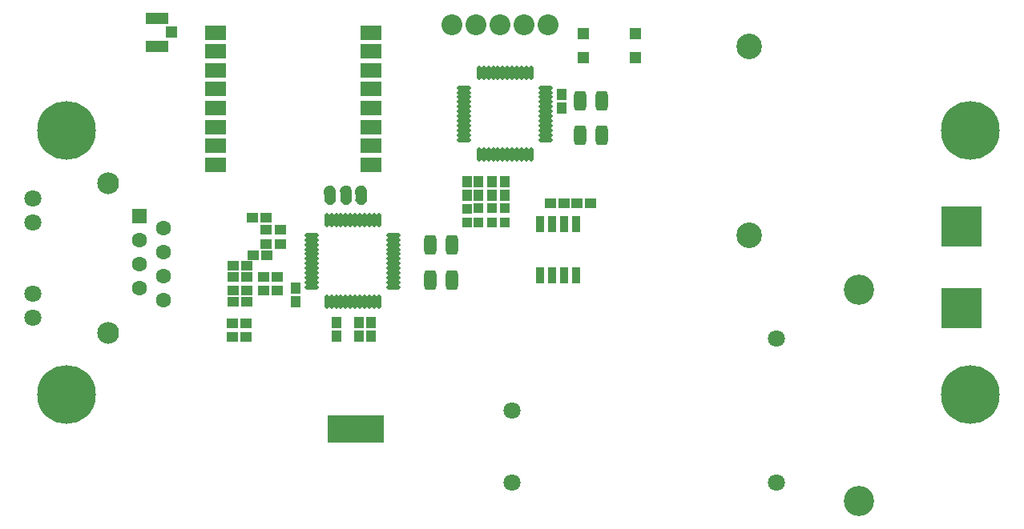
<source format=gts>
G04*
G04 #@! TF.GenerationSoftware,Altium Limited,Altium Designer,21.0.8 (223)*
G04*
G04 Layer_Color=8388736*
%FSLAX44Y44*%
%MOMM*%
G71*
G04*
G04 #@! TF.SameCoordinates,2EEA6137-B325-4497-8457-BD4E04CF0BC7*
G04*
G04*
G04 #@! TF.FilePolarity,Negative*
G04*
G01*
G75*
%ADD19R,1.2700X1.2700*%
%ADD22R,6.0000X2.9000*%
%ADD23R,1.2500X0.3500*%
%ADD24R,2.4032X1.2532*%
%ADD25R,1.2532X1.2032*%
G04:AMPARAMS|DCode=26|XSize=2.1032mm|YSize=1.3032mm|CornerRadius=0.3766mm|HoleSize=0mm|Usage=FLASHONLY|Rotation=270.000|XOffset=0mm|YOffset=0mm|HoleType=Round|Shape=RoundedRectangle|*
%AMROUNDEDRECTD26*
21,1,2.1032,0.5500,0,0,270.0*
21,1,1.3500,1.3032,0,0,270.0*
1,1,0.7532,-0.2750,-0.6750*
1,1,0.7532,-0.2750,0.6750*
1,1,0.7532,0.2750,0.6750*
1,1,0.7532,0.2750,-0.6750*
%
%ADD26ROUNDEDRECTD26*%
G04:AMPARAMS|DCode=27|XSize=0.7032mm|YSize=0.7032mm|CornerRadius=0.3516mm|HoleSize=0mm|Usage=FLASHONLY|Rotation=180.000|XOffset=0mm|YOffset=0mm|HoleType=Round|Shape=RoundedRectangle|*
%AMROUNDEDRECTD27*
21,1,0.7032,0.0000,0,0,180.0*
21,1,0.0000,0.7032,0,0,180.0*
1,1,0.7032,0.0000,0.0000*
1,1,0.7032,0.0000,0.0000*
1,1,0.7032,0.0000,0.0000*
1,1,0.7032,0.0000,0.0000*
%
%ADD27ROUNDEDRECTD27*%
%ADD28O,0.5032X1.5032*%
%ADD29O,1.5032X0.5032*%
%ADD30R,1.1032X1.1532*%
%ADD31R,1.0032X1.0032*%
%ADD32R,2.2032X1.5032*%
%ADD33R,1.1532X1.1032*%
%ADD34R,0.8532X1.7282*%
%ADD35C,2.2032*%
%ADD36C,1.8032*%
%ADD37C,2.7032*%
%ADD38C,1.6032*%
%ADD39R,1.6032X1.6032*%
%ADD40C,2.3032*%
%ADD41R,4.2032X4.2032*%
%ADD42C,3.2032*%
%ADD43C,6.2032*%
G36*
X171022Y271251D02*
X171044Y271251D01*
X171055Y271250D01*
X171067D01*
X172185Y271175D01*
X172185D01*
X172316Y271158D01*
X172369Y271144D01*
X172442Y271124D01*
X172563Y271074D01*
X172563Y271074D01*
X174573Y270080D01*
X174621Y270052D01*
X174687Y270014D01*
X174732Y269979D01*
X174791Y269934D01*
X174883Y269841D01*
X176360Y268153D01*
X176360Y268153D01*
X176440Y268049D01*
X176454Y268025D01*
X176505Y267936D01*
X176541Y267850D01*
X176555Y267815D01*
X177274Y265690D01*
X177286Y265644D01*
X177308Y265563D01*
X177314Y265512D01*
X177325Y265433D01*
X177325Y265302D01*
X177325Y265302D01*
X177252Y264217D01*
X177252Y262000D01*
D01*
Y262000D01*
X177243Y261869D01*
X177218Y261741D01*
X177176Y261616D01*
X177118Y261499D01*
X177069Y261426D01*
X177045Y261390D01*
X176959Y261291D01*
X176959D01*
Y261291D01*
X176860Y261205D01*
X176824Y261181D01*
X176751Y261132D01*
X176633Y261074D01*
X176509Y261032D01*
X176381Y261007D01*
X176250Y260998D01*
D01*
X176250D01*
X165750D01*
X165619Y261007D01*
X165491Y261032D01*
X165366Y261074D01*
X165249Y261132D01*
X165140Y261205D01*
X165041Y261291D01*
X164955Y261390D01*
X164882Y261499D01*
X164824Y261616D01*
X164782Y261741D01*
X164756Y261869D01*
X164748Y262000D01*
Y263957D01*
X164652Y265057D01*
X164652Y265060D01*
X164649Y265188D01*
X164657Y265260D01*
X164664Y265318D01*
X164687Y265414D01*
X164695Y265446D01*
X165387Y267635D01*
X165416Y267710D01*
X165434Y267757D01*
X165457Y267798D01*
X165497Y267872D01*
X165542Y267933D01*
X165575Y267978D01*
X167052Y269736D01*
X167142Y269831D01*
X167245Y269913D01*
X167357Y269981D01*
X167357Y269981D01*
X169394Y271040D01*
X169514Y271092D01*
X169640Y271129D01*
X169769Y271149D01*
X170913Y271248D01*
X170924Y271249D01*
X170935Y271250D01*
X170968Y271250D01*
X171000Y271252D01*
X171022Y271251D01*
D02*
G37*
G36*
X155022D02*
X155044Y271251D01*
X155055Y271250D01*
X155067D01*
X156186Y271175D01*
X156186D01*
X156315Y271158D01*
X156369Y271144D01*
X156442Y271124D01*
X156563Y271074D01*
X156563Y271074D01*
X158573Y270080D01*
X158621Y270052D01*
X158687Y270014D01*
X158732Y269979D01*
X158791Y269934D01*
X158883Y269841D01*
X160360Y268153D01*
X160360Y268153D01*
X160440Y268049D01*
X160454Y268025D01*
X160505Y267936D01*
X160541Y267850D01*
X160555Y267815D01*
X161274Y265690D01*
X161286Y265644D01*
X161308Y265563D01*
X161314Y265512D01*
X161325Y265433D01*
X161325Y265302D01*
X161325Y265302D01*
X161252Y264217D01*
X161252Y262000D01*
D01*
Y262000D01*
X161243Y261869D01*
X161218Y261741D01*
X161176Y261616D01*
X161118Y261499D01*
X161069Y261426D01*
X161045Y261390D01*
X160959Y261291D01*
X160959D01*
Y261291D01*
X160860Y261205D01*
X160824Y261181D01*
X160751Y261132D01*
X160634Y261074D01*
X160509Y261032D01*
X160381Y261007D01*
X160250Y260998D01*
X160250D01*
D01*
X149750D01*
X149619Y261007D01*
X149491Y261032D01*
X149367Y261074D01*
X149249Y261132D01*
X149140Y261205D01*
X149041Y261291D01*
X148955Y261390D01*
X148882Y261499D01*
X148824Y261616D01*
X148782Y261741D01*
X148756Y261869D01*
X148748Y262000D01*
Y263957D01*
X148652Y265057D01*
X148652Y265060D01*
X148649Y265188D01*
X148657Y265260D01*
X148664Y265318D01*
X148687Y265414D01*
X148695Y265446D01*
X149387Y267635D01*
X149416Y267710D01*
X149434Y267757D01*
X149457Y267798D01*
X149497Y267872D01*
X149542Y267933D01*
X149575Y267978D01*
X151052Y269736D01*
X151142Y269831D01*
X151245Y269913D01*
X151357Y269981D01*
X151357Y269981D01*
X153394Y271040D01*
X153514Y271092D01*
X153640Y271129D01*
X153769Y271149D01*
X154913Y271248D01*
X154924Y271249D01*
X154936Y271250D01*
X154968Y271250D01*
X155000Y271252D01*
X155022Y271251D01*
D02*
G37*
G36*
X138022D02*
X138044Y271251D01*
X138055Y271250D01*
X138067D01*
X139185Y271175D01*
X139185D01*
X139316Y271158D01*
X139369Y271144D01*
X139442Y271124D01*
X139563Y271074D01*
X139563Y271074D01*
X141573Y270080D01*
X141621Y270052D01*
X141687Y270014D01*
X141732Y269979D01*
X141791Y269934D01*
X141883Y269841D01*
X143360Y268153D01*
X143360Y268153D01*
X143440Y268049D01*
X143454Y268025D01*
X143505Y267936D01*
X143541Y267850D01*
X143555Y267815D01*
X144274Y265690D01*
X144286Y265644D01*
X144308Y265563D01*
X144314Y265512D01*
X144325Y265433D01*
X144325Y265302D01*
X144325Y265302D01*
X144252Y264217D01*
X144252Y262000D01*
D01*
Y262000D01*
X144244Y261869D01*
X144218Y261741D01*
X144176Y261616D01*
X144118Y261499D01*
X144069Y261426D01*
X144045Y261390D01*
X143959Y261291D01*
X143959D01*
Y261291D01*
X143860Y261205D01*
X143824Y261181D01*
X143751Y261132D01*
X143633Y261074D01*
X143509Y261032D01*
X143381Y261007D01*
X143250Y260998D01*
D01*
X143250D01*
X132750D01*
X132619Y261007D01*
X132491Y261032D01*
X132367Y261074D01*
X132249Y261132D01*
X132140Y261205D01*
X132041Y261291D01*
X131955Y261390D01*
X131882Y261499D01*
X131824Y261616D01*
X131782Y261741D01*
X131756Y261869D01*
X131748Y262000D01*
Y263957D01*
X131652Y265057D01*
X131652Y265060D01*
X131649Y265188D01*
X131657Y265260D01*
X131664Y265318D01*
X131687Y265414D01*
X131695Y265446D01*
X132387Y267635D01*
X132416Y267710D01*
X132434Y267757D01*
X132457Y267798D01*
X132497Y267872D01*
X132542Y267933D01*
X132575Y267978D01*
X134052Y269736D01*
X134142Y269831D01*
X134245Y269913D01*
X134357Y269981D01*
X134357Y269981D01*
X136394Y271040D01*
X136514Y271092D01*
X136640Y271129D01*
X136769Y271149D01*
X137913Y271248D01*
X137924Y271249D01*
X137935Y271250D01*
X137968Y271250D01*
X138000Y271252D01*
X138022Y271251D01*
D02*
G37*
G36*
X176437Y260807D02*
X176565Y260782D01*
X176689Y260740D01*
X176807Y260682D01*
X176916Y260609D01*
X177015Y260522D01*
X177101Y260424D01*
X177174Y260315D01*
X177232Y260197D01*
X177274Y260073D01*
X177299Y259945D01*
X177308Y259814D01*
D01*
Y259814D01*
X177308Y257857D01*
X177404Y256757D01*
X177404Y256754D01*
X177407Y256626D01*
X177399Y256553D01*
X177392Y256495D01*
X177369Y256399D01*
X177361Y256368D01*
X176669Y254179D01*
X176640Y254104D01*
X176622Y254056D01*
X176599Y254016D01*
X176559Y253942D01*
X176514Y253881D01*
X176481Y253836D01*
X175004Y252078D01*
X174914Y251983D01*
X174811Y251901D01*
X174699Y251833D01*
X174699Y251833D01*
X172662Y250774D01*
X172542Y250721D01*
X172416Y250685D01*
X172286Y250665D01*
X171143Y250565D01*
X171131Y250565D01*
X171120Y250564D01*
X171066Y250564D01*
X171012Y250563D01*
X171001Y250564D01*
X170989D01*
X169870Y250638D01*
X169870D01*
X169741Y250656D01*
X169687Y250670D01*
X169614Y250690D01*
X169493Y250740D01*
X169493Y250740D01*
X167482Y251734D01*
X167435Y251762D01*
X167369Y251800D01*
X167324Y251835D01*
X167265Y251880D01*
X167173Y251973D01*
X165696Y253660D01*
X165696Y253660D01*
X165616Y253764D01*
X165602Y253789D01*
X165551Y253878D01*
X165515Y253964D01*
X165501Y253999D01*
X164782Y256124D01*
X164770Y256170D01*
X164748Y256250D01*
X164742Y256302D01*
X164731Y256381D01*
X164731Y256512D01*
X164732Y256512D01*
X164804Y257597D01*
X164804Y259814D01*
D01*
Y259814D01*
X164812Y259945D01*
X164838Y260073D01*
X164880Y260197D01*
X164938Y260315D01*
X164987Y260388D01*
X165011Y260424D01*
X165097Y260522D01*
X165097D01*
Y260522D01*
X165196Y260609D01*
X165232Y260633D01*
X165305Y260682D01*
X165422Y260740D01*
X165547Y260782D01*
X165675Y260807D01*
X165806Y260816D01*
D01*
X165806D01*
X176306Y260816D01*
D01*
X176306D01*
X176437Y260807D01*
D02*
G37*
G36*
X160437D02*
X160565Y260782D01*
X160690Y260740D01*
X160807Y260682D01*
X160916Y260609D01*
X161015Y260522D01*
X161101Y260424D01*
X161174Y260315D01*
X161232Y260197D01*
X161274Y260073D01*
X161300Y259945D01*
X161308Y259814D01*
D01*
Y259814D01*
X161308Y257857D01*
X161404Y256757D01*
X161404Y256754D01*
X161407Y256626D01*
X161399Y256553D01*
X161392Y256495D01*
X161369Y256399D01*
X161361Y256368D01*
X160669Y254179D01*
X160640Y254104D01*
X160622Y254056D01*
X160599Y254016D01*
X160559Y253942D01*
X160514Y253881D01*
X160481Y253836D01*
X159004Y252078D01*
X158914Y251983D01*
X158811Y251901D01*
X158699Y251833D01*
X158699Y251833D01*
X156662Y250774D01*
X156542Y250721D01*
X156416Y250685D01*
X156287Y250665D01*
X155143Y250565D01*
X155132Y250565D01*
X155120Y250564D01*
X155066Y250564D01*
X155012Y250563D01*
X155001Y250564D01*
X154989D01*
X153870Y250638D01*
X153870D01*
X153741Y250656D01*
X153687Y250670D01*
X153614Y250690D01*
X153493Y250740D01*
X153493Y250740D01*
X151482Y251734D01*
X151435Y251762D01*
X151369Y251800D01*
X151324Y251835D01*
X151265Y251880D01*
X151173Y251973D01*
X149696Y253660D01*
X149696Y253660D01*
X149616Y253764D01*
X149602Y253789D01*
X149551Y253878D01*
X149515Y253964D01*
X149501Y253999D01*
X148782Y256124D01*
X148770Y256170D01*
X148748Y256250D01*
X148742Y256302D01*
X148731Y256381D01*
X148731Y256512D01*
X148731Y256512D01*
X148804Y257597D01*
X148804Y259814D01*
D01*
Y259814D01*
X148812Y259945D01*
X148838Y260073D01*
X148880Y260197D01*
X148938Y260315D01*
X148987Y260388D01*
X149011Y260424D01*
X149097Y260522D01*
X149097D01*
Y260522D01*
X149196Y260609D01*
X149232Y260633D01*
X149305Y260682D01*
X149423Y260740D01*
X149547Y260782D01*
X149675Y260807D01*
X149806Y260816D01*
X149806D01*
D01*
X160306Y260816D01*
D01*
X160306D01*
X160437Y260807D01*
D02*
G37*
G36*
X143437D02*
X143565Y260782D01*
X143689Y260740D01*
X143807Y260682D01*
X143916Y260609D01*
X144015Y260522D01*
X144101Y260424D01*
X144174Y260315D01*
X144232Y260197D01*
X144274Y260073D01*
X144300Y259945D01*
X144308Y259814D01*
D01*
Y259814D01*
X144308Y257857D01*
X144404Y256757D01*
X144404Y256754D01*
X144407Y256626D01*
X144399Y256553D01*
X144392Y256495D01*
X144369Y256399D01*
X144361Y256368D01*
X143669Y254179D01*
X143640Y254104D01*
X143622Y254056D01*
X143600Y254016D01*
X143559Y253942D01*
X143514Y253881D01*
X143481Y253836D01*
X142004Y252078D01*
X141914Y251983D01*
X141811Y251901D01*
X141699Y251833D01*
X141699Y251833D01*
X139662Y250774D01*
X139542Y250721D01*
X139416Y250685D01*
X139287Y250665D01*
X138143Y250565D01*
X138132Y250565D01*
X138120Y250564D01*
X138066Y250564D01*
X138012Y250563D01*
X138001Y250564D01*
X137989D01*
X136870Y250638D01*
X136870D01*
X136741Y250656D01*
X136687Y250670D01*
X136614Y250690D01*
X136493Y250740D01*
X136493Y250740D01*
X134482Y251734D01*
X134435Y251762D01*
X134369Y251800D01*
X134324Y251835D01*
X134265Y251880D01*
X134173Y251973D01*
X132696Y253660D01*
X132696Y253660D01*
X132616Y253764D01*
X132602Y253789D01*
X132551Y253878D01*
X132515Y253964D01*
X132500Y253999D01*
X131782Y256124D01*
X131770Y256170D01*
X131748Y256250D01*
X131742Y256302D01*
X131731Y256381D01*
X131732Y256512D01*
X131732Y256512D01*
X131804Y257597D01*
X131804Y259814D01*
D01*
Y259814D01*
X131812Y259945D01*
X131838Y260073D01*
X131880Y260197D01*
X131938Y260315D01*
X131987Y260388D01*
X132011Y260424D01*
X132097Y260522D01*
X132097D01*
Y260522D01*
X132196Y260609D01*
X132232Y260633D01*
X132305Y260682D01*
X132423Y260740D01*
X132547Y260782D01*
X132675Y260807D01*
X132806Y260816D01*
D01*
X132806D01*
X143306Y260816D01*
D01*
X143306D01*
X143437Y260807D01*
D02*
G37*
D19*
X460500Y406300D02*
D03*
Y431700D02*
D03*
X405500D02*
D03*
X405500Y406300D02*
D03*
D22*
X165000Y13500D02*
D03*
D23*
X138000Y260750D02*
D03*
X171000Y260750D02*
D03*
X155000Y260749D02*
D03*
D24*
X-45000Y448000D02*
D03*
Y418500D02*
D03*
D25*
X-29750Y433250D02*
D03*
D26*
X402000Y324000D02*
D03*
X425000Y324000D02*
D03*
Y361000D02*
D03*
X402000D02*
D03*
X244000Y208000D02*
D03*
X267000D02*
D03*
Y171000D02*
D03*
X244000Y171000D02*
D03*
D27*
X138000Y255500D02*
D03*
Y266500D02*
D03*
X171000Y255500D02*
D03*
Y266500D02*
D03*
X155000D02*
D03*
Y255500D02*
D03*
D28*
X350500Y303750D02*
D03*
X345500D02*
D03*
X340500D02*
D03*
X335500D02*
D03*
X330500D02*
D03*
X325500D02*
D03*
X320500D02*
D03*
X315500D02*
D03*
X310500D02*
D03*
X305500D02*
D03*
X300500D02*
D03*
X295500D02*
D03*
Y390250D02*
D03*
X300500D02*
D03*
X305500D02*
D03*
X310500D02*
D03*
X315500D02*
D03*
X320500D02*
D03*
X325500D02*
D03*
X330500D02*
D03*
X335500D02*
D03*
X340500D02*
D03*
X345500D02*
D03*
X350500D02*
D03*
X134500Y147750D02*
D03*
X139500D02*
D03*
X144500D02*
D03*
X149500D02*
D03*
X154500D02*
D03*
X159500D02*
D03*
X164500D02*
D03*
X169500D02*
D03*
X174500D02*
D03*
X179500D02*
D03*
X184500D02*
D03*
X189500D02*
D03*
Y234250D02*
D03*
X184500D02*
D03*
X179500D02*
D03*
X174500D02*
D03*
X169500D02*
D03*
X164500D02*
D03*
X159500D02*
D03*
X154500D02*
D03*
X149500D02*
D03*
X144500D02*
D03*
X139500D02*
D03*
X134500D02*
D03*
D29*
X279750Y319500D02*
D03*
Y324500D02*
D03*
Y329500D02*
D03*
Y334500D02*
D03*
Y339500D02*
D03*
Y344500D02*
D03*
Y349500D02*
D03*
Y354500D02*
D03*
Y359500D02*
D03*
Y364500D02*
D03*
Y369500D02*
D03*
Y374500D02*
D03*
X366250D02*
D03*
Y369500D02*
D03*
Y364500D02*
D03*
Y359500D02*
D03*
Y354500D02*
D03*
Y349500D02*
D03*
Y344500D02*
D03*
Y339500D02*
D03*
Y334500D02*
D03*
Y329500D02*
D03*
Y324500D02*
D03*
Y319500D02*
D03*
X118750Y218500D02*
D03*
Y213500D02*
D03*
Y208500D02*
D03*
Y203500D02*
D03*
Y198500D02*
D03*
Y193500D02*
D03*
Y188500D02*
D03*
Y183500D02*
D03*
Y178500D02*
D03*
Y173500D02*
D03*
Y168500D02*
D03*
Y163500D02*
D03*
X205250D02*
D03*
Y168500D02*
D03*
Y173500D02*
D03*
Y178500D02*
D03*
X205250Y183500D02*
D03*
Y188500D02*
D03*
Y193500D02*
D03*
X205250Y198500D02*
D03*
Y203500D02*
D03*
Y208500D02*
D03*
Y213500D02*
D03*
Y218500D02*
D03*
D30*
X283000Y260750D02*
D03*
Y275250D02*
D03*
X295000Y260750D02*
D03*
Y275250D02*
D03*
X144647Y111477D02*
D03*
Y125977D02*
D03*
X168973Y126247D02*
D03*
Y111747D02*
D03*
X383000Y352750D02*
D03*
Y367250D02*
D03*
X309000Y260750D02*
D03*
Y275250D02*
D03*
X181442Y126225D02*
D03*
Y111725D02*
D03*
X102000Y162250D02*
D03*
Y147750D02*
D03*
X323000Y275250D02*
D03*
Y260750D02*
D03*
D31*
X282867Y246549D02*
D03*
Y231549D02*
D03*
X323000Y246750D02*
D03*
Y231750D02*
D03*
X309000D02*
D03*
Y246750D02*
D03*
X295000Y231750D02*
D03*
Y246750D02*
D03*
D32*
X181000Y293000D02*
D03*
Y313000D02*
D03*
Y333000D02*
D03*
Y353000D02*
D03*
Y373000D02*
D03*
Y393000D02*
D03*
Y413000D02*
D03*
Y433000D02*
D03*
X17250D02*
D03*
Y413000D02*
D03*
Y393000D02*
D03*
Y373000D02*
D03*
Y353000D02*
D03*
Y333000D02*
D03*
Y313000D02*
D03*
Y293000D02*
D03*
D33*
X370750Y252000D02*
D03*
X385250D02*
D03*
X413250D02*
D03*
X398750D02*
D03*
X49250Y111000D02*
D03*
X34750D02*
D03*
X49250Y125000D02*
D03*
X34750D02*
D03*
X50250Y186000D02*
D03*
X35750D02*
D03*
X50250Y148000D02*
D03*
X35750D02*
D03*
X56750Y197000D02*
D03*
X71250D02*
D03*
X55750Y237000D02*
D03*
X70250D02*
D03*
X50250Y160000D02*
D03*
X35750D02*
D03*
X50250Y174000D02*
D03*
X35750D02*
D03*
X85250Y224000D02*
D03*
X70750D02*
D03*
X85250Y209000D02*
D03*
X70750D02*
D03*
X82250Y174000D02*
D03*
X67750D02*
D03*
X82250Y160000D02*
D03*
X67750D02*
D03*
D34*
X359950Y175880D02*
D03*
X372650D02*
D03*
X385350D02*
D03*
X398050D02*
D03*
Y230120D02*
D03*
X385350D02*
D03*
X372650D02*
D03*
X359950D02*
D03*
D35*
X266600Y441000D02*
D03*
X292000D02*
D03*
X317400D02*
D03*
X342800D02*
D03*
X368200D02*
D03*
D36*
X610000Y-43000D02*
D03*
X609750Y109250D02*
D03*
X330000Y-43000D02*
D03*
Y33000D02*
D03*
X-175918Y257496D02*
D03*
Y232096D02*
D03*
Y131004D02*
D03*
Y156404D02*
D03*
D37*
X581000Y218000D02*
D03*
Y418000D02*
D03*
D38*
X-38021Y200600D02*
D03*
Y226000D02*
D03*
Y175200D02*
D03*
Y149800D02*
D03*
X-63421Y213300D02*
D03*
Y187900D02*
D03*
Y162500D02*
D03*
D39*
Y238700D02*
D03*
D40*
X-96416Y273000D02*
D03*
Y115500D02*
D03*
D41*
X805000Y228000D02*
D03*
Y141000D02*
D03*
D42*
X697000Y-63000D02*
D03*
Y161000D02*
D03*
D43*
X814458Y329472D02*
D03*
Y49472D02*
D03*
X-140542Y329472D02*
D03*
Y49472D02*
D03*
M02*

</source>
